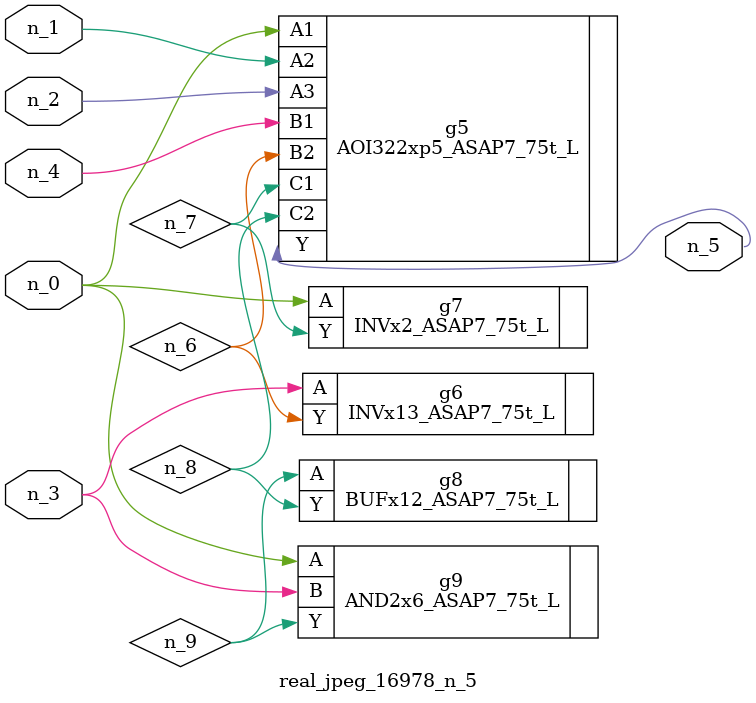
<source format=v>
module real_jpeg_16978_n_5 (n_4, n_0, n_1, n_2, n_3, n_5);

input n_4;
input n_0;
input n_1;
input n_2;
input n_3;

output n_5;

wire n_8;
wire n_6;
wire n_7;
wire n_9;

AOI322xp5_ASAP7_75t_L g5 ( 
.A1(n_0),
.A2(n_1),
.A3(n_2),
.B1(n_4),
.B2(n_6),
.C1(n_7),
.C2(n_8),
.Y(n_5)
);

INVx2_ASAP7_75t_L g7 ( 
.A(n_0),
.Y(n_7)
);

AND2x6_ASAP7_75t_L g9 ( 
.A(n_0),
.B(n_3),
.Y(n_9)
);

INVx13_ASAP7_75t_L g6 ( 
.A(n_3),
.Y(n_6)
);

BUFx12_ASAP7_75t_L g8 ( 
.A(n_9),
.Y(n_8)
);


endmodule
</source>
